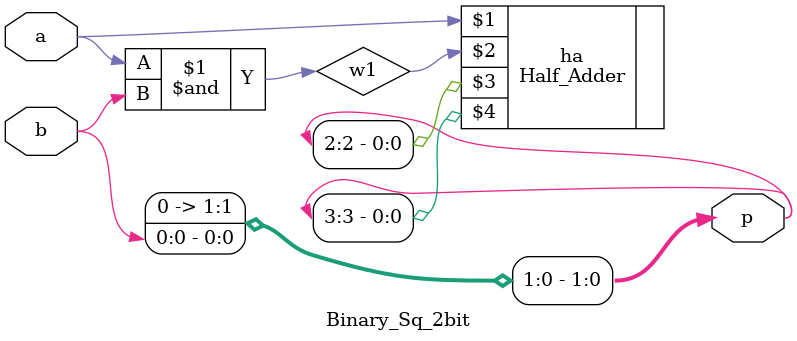
<source format=v>
`timescale 1ns / 1ps

module Binary_Sq_2bit(
    input a,b,
    output [3:0] p
    );
    
    wire w1;
    
    assign p[0]=b;
    assign p[1]=0;
    assign w1=a&b;
    Half_Adder ha(a,w1,p[2],p[3]);
    
endmodule

</source>
